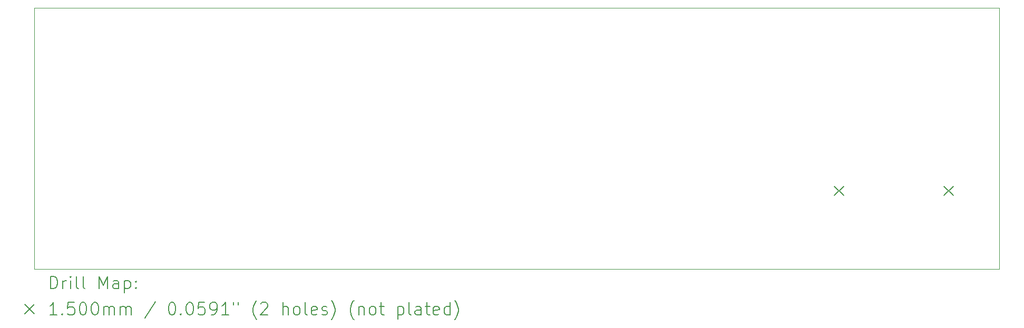
<source format=gbr>
%TF.GenerationSoftware,KiCad,Pcbnew,8.0.8*%
%TF.CreationDate,2025-02-25T20:07:18+01:00*%
%TF.ProjectId,OverlordInterface,4f766572-6c6f-4726-9449-6e7465726661,rev?*%
%TF.SameCoordinates,Original*%
%TF.FileFunction,Drillmap*%
%TF.FilePolarity,Positive*%
%FSLAX45Y45*%
G04 Gerber Fmt 4.5, Leading zero omitted, Abs format (unit mm)*
G04 Created by KiCad (PCBNEW 8.0.8) date 2025-02-25 20:07:18*
%MOMM*%
%LPD*%
G01*
G04 APERTURE LIST*
%ADD10C,0.100000*%
%ADD11C,0.200000*%
%ADD12C,0.150000*%
G04 APERTURE END LIST*
D10*
X7575000Y-7229000D02*
X23075000Y-7229000D01*
X23075000Y-11429000D01*
X7575000Y-11429000D01*
X7575000Y-7229000D01*
D11*
D12*
X20427000Y-10096000D02*
X20577000Y-10246000D01*
X20577000Y-10096000D02*
X20427000Y-10246000D01*
X22184000Y-10096000D02*
X22334000Y-10246000D01*
X22334000Y-10096000D02*
X22184000Y-10246000D01*
D11*
X7830777Y-11745484D02*
X7830777Y-11545484D01*
X7830777Y-11545484D02*
X7878396Y-11545484D01*
X7878396Y-11545484D02*
X7906967Y-11555008D01*
X7906967Y-11555008D02*
X7926015Y-11574055D01*
X7926015Y-11574055D02*
X7935539Y-11593103D01*
X7935539Y-11593103D02*
X7945062Y-11631198D01*
X7945062Y-11631198D02*
X7945062Y-11659769D01*
X7945062Y-11659769D02*
X7935539Y-11697865D01*
X7935539Y-11697865D02*
X7926015Y-11716912D01*
X7926015Y-11716912D02*
X7906967Y-11735960D01*
X7906967Y-11735960D02*
X7878396Y-11745484D01*
X7878396Y-11745484D02*
X7830777Y-11745484D01*
X8030777Y-11745484D02*
X8030777Y-11612150D01*
X8030777Y-11650246D02*
X8040301Y-11631198D01*
X8040301Y-11631198D02*
X8049824Y-11621674D01*
X8049824Y-11621674D02*
X8068872Y-11612150D01*
X8068872Y-11612150D02*
X8087920Y-11612150D01*
X8154586Y-11745484D02*
X8154586Y-11612150D01*
X8154586Y-11545484D02*
X8145062Y-11555008D01*
X8145062Y-11555008D02*
X8154586Y-11564531D01*
X8154586Y-11564531D02*
X8164110Y-11555008D01*
X8164110Y-11555008D02*
X8154586Y-11545484D01*
X8154586Y-11545484D02*
X8154586Y-11564531D01*
X8278396Y-11745484D02*
X8259348Y-11735960D01*
X8259348Y-11735960D02*
X8249824Y-11716912D01*
X8249824Y-11716912D02*
X8249824Y-11545484D01*
X8383158Y-11745484D02*
X8364110Y-11735960D01*
X8364110Y-11735960D02*
X8354586Y-11716912D01*
X8354586Y-11716912D02*
X8354586Y-11545484D01*
X8611729Y-11745484D02*
X8611729Y-11545484D01*
X8611729Y-11545484D02*
X8678396Y-11688341D01*
X8678396Y-11688341D02*
X8745063Y-11545484D01*
X8745063Y-11545484D02*
X8745063Y-11745484D01*
X8926015Y-11745484D02*
X8926015Y-11640722D01*
X8926015Y-11640722D02*
X8916491Y-11621674D01*
X8916491Y-11621674D02*
X8897444Y-11612150D01*
X8897444Y-11612150D02*
X8859348Y-11612150D01*
X8859348Y-11612150D02*
X8840301Y-11621674D01*
X8926015Y-11735960D02*
X8906967Y-11745484D01*
X8906967Y-11745484D02*
X8859348Y-11745484D01*
X8859348Y-11745484D02*
X8840301Y-11735960D01*
X8840301Y-11735960D02*
X8830777Y-11716912D01*
X8830777Y-11716912D02*
X8830777Y-11697865D01*
X8830777Y-11697865D02*
X8840301Y-11678817D01*
X8840301Y-11678817D02*
X8859348Y-11669293D01*
X8859348Y-11669293D02*
X8906967Y-11669293D01*
X8906967Y-11669293D02*
X8926015Y-11659769D01*
X9021253Y-11612150D02*
X9021253Y-11812150D01*
X9021253Y-11621674D02*
X9040301Y-11612150D01*
X9040301Y-11612150D02*
X9078396Y-11612150D01*
X9078396Y-11612150D02*
X9097444Y-11621674D01*
X9097444Y-11621674D02*
X9106967Y-11631198D01*
X9106967Y-11631198D02*
X9116491Y-11650246D01*
X9116491Y-11650246D02*
X9116491Y-11707388D01*
X9116491Y-11707388D02*
X9106967Y-11726436D01*
X9106967Y-11726436D02*
X9097444Y-11735960D01*
X9097444Y-11735960D02*
X9078396Y-11745484D01*
X9078396Y-11745484D02*
X9040301Y-11745484D01*
X9040301Y-11745484D02*
X9021253Y-11735960D01*
X9202205Y-11726436D02*
X9211729Y-11735960D01*
X9211729Y-11735960D02*
X9202205Y-11745484D01*
X9202205Y-11745484D02*
X9192682Y-11735960D01*
X9192682Y-11735960D02*
X9202205Y-11726436D01*
X9202205Y-11726436D02*
X9202205Y-11745484D01*
X9202205Y-11621674D02*
X9211729Y-11631198D01*
X9211729Y-11631198D02*
X9202205Y-11640722D01*
X9202205Y-11640722D02*
X9192682Y-11631198D01*
X9192682Y-11631198D02*
X9202205Y-11621674D01*
X9202205Y-11621674D02*
X9202205Y-11640722D01*
D12*
X7420000Y-11999000D02*
X7570000Y-12149000D01*
X7570000Y-11999000D02*
X7420000Y-12149000D01*
D11*
X7935539Y-12165484D02*
X7821253Y-12165484D01*
X7878396Y-12165484D02*
X7878396Y-11965484D01*
X7878396Y-11965484D02*
X7859348Y-11994055D01*
X7859348Y-11994055D02*
X7840301Y-12013103D01*
X7840301Y-12013103D02*
X7821253Y-12022627D01*
X8021253Y-12146436D02*
X8030777Y-12155960D01*
X8030777Y-12155960D02*
X8021253Y-12165484D01*
X8021253Y-12165484D02*
X8011729Y-12155960D01*
X8011729Y-12155960D02*
X8021253Y-12146436D01*
X8021253Y-12146436D02*
X8021253Y-12165484D01*
X8211729Y-11965484D02*
X8116491Y-11965484D01*
X8116491Y-11965484D02*
X8106967Y-12060722D01*
X8106967Y-12060722D02*
X8116491Y-12051198D01*
X8116491Y-12051198D02*
X8135539Y-12041674D01*
X8135539Y-12041674D02*
X8183158Y-12041674D01*
X8183158Y-12041674D02*
X8202205Y-12051198D01*
X8202205Y-12051198D02*
X8211729Y-12060722D01*
X8211729Y-12060722D02*
X8221253Y-12079769D01*
X8221253Y-12079769D02*
X8221253Y-12127388D01*
X8221253Y-12127388D02*
X8211729Y-12146436D01*
X8211729Y-12146436D02*
X8202205Y-12155960D01*
X8202205Y-12155960D02*
X8183158Y-12165484D01*
X8183158Y-12165484D02*
X8135539Y-12165484D01*
X8135539Y-12165484D02*
X8116491Y-12155960D01*
X8116491Y-12155960D02*
X8106967Y-12146436D01*
X8345062Y-11965484D02*
X8364110Y-11965484D01*
X8364110Y-11965484D02*
X8383158Y-11975008D01*
X8383158Y-11975008D02*
X8392682Y-11984531D01*
X8392682Y-11984531D02*
X8402205Y-12003579D01*
X8402205Y-12003579D02*
X8411729Y-12041674D01*
X8411729Y-12041674D02*
X8411729Y-12089293D01*
X8411729Y-12089293D02*
X8402205Y-12127388D01*
X8402205Y-12127388D02*
X8392682Y-12146436D01*
X8392682Y-12146436D02*
X8383158Y-12155960D01*
X8383158Y-12155960D02*
X8364110Y-12165484D01*
X8364110Y-12165484D02*
X8345062Y-12165484D01*
X8345062Y-12165484D02*
X8326015Y-12155960D01*
X8326015Y-12155960D02*
X8316491Y-12146436D01*
X8316491Y-12146436D02*
X8306967Y-12127388D01*
X8306967Y-12127388D02*
X8297443Y-12089293D01*
X8297443Y-12089293D02*
X8297443Y-12041674D01*
X8297443Y-12041674D02*
X8306967Y-12003579D01*
X8306967Y-12003579D02*
X8316491Y-11984531D01*
X8316491Y-11984531D02*
X8326015Y-11975008D01*
X8326015Y-11975008D02*
X8345062Y-11965484D01*
X8535539Y-11965484D02*
X8554586Y-11965484D01*
X8554586Y-11965484D02*
X8573634Y-11975008D01*
X8573634Y-11975008D02*
X8583158Y-11984531D01*
X8583158Y-11984531D02*
X8592682Y-12003579D01*
X8592682Y-12003579D02*
X8602205Y-12041674D01*
X8602205Y-12041674D02*
X8602205Y-12089293D01*
X8602205Y-12089293D02*
X8592682Y-12127388D01*
X8592682Y-12127388D02*
X8583158Y-12146436D01*
X8583158Y-12146436D02*
X8573634Y-12155960D01*
X8573634Y-12155960D02*
X8554586Y-12165484D01*
X8554586Y-12165484D02*
X8535539Y-12165484D01*
X8535539Y-12165484D02*
X8516491Y-12155960D01*
X8516491Y-12155960D02*
X8506967Y-12146436D01*
X8506967Y-12146436D02*
X8497444Y-12127388D01*
X8497444Y-12127388D02*
X8487920Y-12089293D01*
X8487920Y-12089293D02*
X8487920Y-12041674D01*
X8487920Y-12041674D02*
X8497444Y-12003579D01*
X8497444Y-12003579D02*
X8506967Y-11984531D01*
X8506967Y-11984531D02*
X8516491Y-11975008D01*
X8516491Y-11975008D02*
X8535539Y-11965484D01*
X8687920Y-12165484D02*
X8687920Y-12032150D01*
X8687920Y-12051198D02*
X8697444Y-12041674D01*
X8697444Y-12041674D02*
X8716491Y-12032150D01*
X8716491Y-12032150D02*
X8745063Y-12032150D01*
X8745063Y-12032150D02*
X8764110Y-12041674D01*
X8764110Y-12041674D02*
X8773634Y-12060722D01*
X8773634Y-12060722D02*
X8773634Y-12165484D01*
X8773634Y-12060722D02*
X8783158Y-12041674D01*
X8783158Y-12041674D02*
X8802205Y-12032150D01*
X8802205Y-12032150D02*
X8830777Y-12032150D01*
X8830777Y-12032150D02*
X8849825Y-12041674D01*
X8849825Y-12041674D02*
X8859348Y-12060722D01*
X8859348Y-12060722D02*
X8859348Y-12165484D01*
X8954586Y-12165484D02*
X8954586Y-12032150D01*
X8954586Y-12051198D02*
X8964110Y-12041674D01*
X8964110Y-12041674D02*
X8983158Y-12032150D01*
X8983158Y-12032150D02*
X9011729Y-12032150D01*
X9011729Y-12032150D02*
X9030777Y-12041674D01*
X9030777Y-12041674D02*
X9040301Y-12060722D01*
X9040301Y-12060722D02*
X9040301Y-12165484D01*
X9040301Y-12060722D02*
X9049825Y-12041674D01*
X9049825Y-12041674D02*
X9068872Y-12032150D01*
X9068872Y-12032150D02*
X9097444Y-12032150D01*
X9097444Y-12032150D02*
X9116491Y-12041674D01*
X9116491Y-12041674D02*
X9126015Y-12060722D01*
X9126015Y-12060722D02*
X9126015Y-12165484D01*
X9516491Y-11955960D02*
X9345063Y-12213103D01*
X9773634Y-11965484D02*
X9792682Y-11965484D01*
X9792682Y-11965484D02*
X9811729Y-11975008D01*
X9811729Y-11975008D02*
X9821253Y-11984531D01*
X9821253Y-11984531D02*
X9830777Y-12003579D01*
X9830777Y-12003579D02*
X9840301Y-12041674D01*
X9840301Y-12041674D02*
X9840301Y-12089293D01*
X9840301Y-12089293D02*
X9830777Y-12127388D01*
X9830777Y-12127388D02*
X9821253Y-12146436D01*
X9821253Y-12146436D02*
X9811729Y-12155960D01*
X9811729Y-12155960D02*
X9792682Y-12165484D01*
X9792682Y-12165484D02*
X9773634Y-12165484D01*
X9773634Y-12165484D02*
X9754587Y-12155960D01*
X9754587Y-12155960D02*
X9745063Y-12146436D01*
X9745063Y-12146436D02*
X9735539Y-12127388D01*
X9735539Y-12127388D02*
X9726015Y-12089293D01*
X9726015Y-12089293D02*
X9726015Y-12041674D01*
X9726015Y-12041674D02*
X9735539Y-12003579D01*
X9735539Y-12003579D02*
X9745063Y-11984531D01*
X9745063Y-11984531D02*
X9754587Y-11975008D01*
X9754587Y-11975008D02*
X9773634Y-11965484D01*
X9926015Y-12146436D02*
X9935539Y-12155960D01*
X9935539Y-12155960D02*
X9926015Y-12165484D01*
X9926015Y-12165484D02*
X9916491Y-12155960D01*
X9916491Y-12155960D02*
X9926015Y-12146436D01*
X9926015Y-12146436D02*
X9926015Y-12165484D01*
X10059348Y-11965484D02*
X10078396Y-11965484D01*
X10078396Y-11965484D02*
X10097444Y-11975008D01*
X10097444Y-11975008D02*
X10106968Y-11984531D01*
X10106968Y-11984531D02*
X10116491Y-12003579D01*
X10116491Y-12003579D02*
X10126015Y-12041674D01*
X10126015Y-12041674D02*
X10126015Y-12089293D01*
X10126015Y-12089293D02*
X10116491Y-12127388D01*
X10116491Y-12127388D02*
X10106968Y-12146436D01*
X10106968Y-12146436D02*
X10097444Y-12155960D01*
X10097444Y-12155960D02*
X10078396Y-12165484D01*
X10078396Y-12165484D02*
X10059348Y-12165484D01*
X10059348Y-12165484D02*
X10040301Y-12155960D01*
X10040301Y-12155960D02*
X10030777Y-12146436D01*
X10030777Y-12146436D02*
X10021253Y-12127388D01*
X10021253Y-12127388D02*
X10011729Y-12089293D01*
X10011729Y-12089293D02*
X10011729Y-12041674D01*
X10011729Y-12041674D02*
X10021253Y-12003579D01*
X10021253Y-12003579D02*
X10030777Y-11984531D01*
X10030777Y-11984531D02*
X10040301Y-11975008D01*
X10040301Y-11975008D02*
X10059348Y-11965484D01*
X10306968Y-11965484D02*
X10211729Y-11965484D01*
X10211729Y-11965484D02*
X10202206Y-12060722D01*
X10202206Y-12060722D02*
X10211729Y-12051198D01*
X10211729Y-12051198D02*
X10230777Y-12041674D01*
X10230777Y-12041674D02*
X10278396Y-12041674D01*
X10278396Y-12041674D02*
X10297444Y-12051198D01*
X10297444Y-12051198D02*
X10306968Y-12060722D01*
X10306968Y-12060722D02*
X10316491Y-12079769D01*
X10316491Y-12079769D02*
X10316491Y-12127388D01*
X10316491Y-12127388D02*
X10306968Y-12146436D01*
X10306968Y-12146436D02*
X10297444Y-12155960D01*
X10297444Y-12155960D02*
X10278396Y-12165484D01*
X10278396Y-12165484D02*
X10230777Y-12165484D01*
X10230777Y-12165484D02*
X10211729Y-12155960D01*
X10211729Y-12155960D02*
X10202206Y-12146436D01*
X10411729Y-12165484D02*
X10449825Y-12165484D01*
X10449825Y-12165484D02*
X10468872Y-12155960D01*
X10468872Y-12155960D02*
X10478396Y-12146436D01*
X10478396Y-12146436D02*
X10497444Y-12117865D01*
X10497444Y-12117865D02*
X10506968Y-12079769D01*
X10506968Y-12079769D02*
X10506968Y-12003579D01*
X10506968Y-12003579D02*
X10497444Y-11984531D01*
X10497444Y-11984531D02*
X10487920Y-11975008D01*
X10487920Y-11975008D02*
X10468872Y-11965484D01*
X10468872Y-11965484D02*
X10430777Y-11965484D01*
X10430777Y-11965484D02*
X10411729Y-11975008D01*
X10411729Y-11975008D02*
X10402206Y-11984531D01*
X10402206Y-11984531D02*
X10392682Y-12003579D01*
X10392682Y-12003579D02*
X10392682Y-12051198D01*
X10392682Y-12051198D02*
X10402206Y-12070246D01*
X10402206Y-12070246D02*
X10411729Y-12079769D01*
X10411729Y-12079769D02*
X10430777Y-12089293D01*
X10430777Y-12089293D02*
X10468872Y-12089293D01*
X10468872Y-12089293D02*
X10487920Y-12079769D01*
X10487920Y-12079769D02*
X10497444Y-12070246D01*
X10497444Y-12070246D02*
X10506968Y-12051198D01*
X10697444Y-12165484D02*
X10583158Y-12165484D01*
X10640301Y-12165484D02*
X10640301Y-11965484D01*
X10640301Y-11965484D02*
X10621253Y-11994055D01*
X10621253Y-11994055D02*
X10602206Y-12013103D01*
X10602206Y-12013103D02*
X10583158Y-12022627D01*
X10773634Y-11965484D02*
X10773634Y-12003579D01*
X10849825Y-11965484D02*
X10849825Y-12003579D01*
X11145063Y-12241674D02*
X11135539Y-12232150D01*
X11135539Y-12232150D02*
X11116491Y-12203579D01*
X11116491Y-12203579D02*
X11106968Y-12184531D01*
X11106968Y-12184531D02*
X11097444Y-12155960D01*
X11097444Y-12155960D02*
X11087920Y-12108341D01*
X11087920Y-12108341D02*
X11087920Y-12070246D01*
X11087920Y-12070246D02*
X11097444Y-12022627D01*
X11097444Y-12022627D02*
X11106968Y-11994055D01*
X11106968Y-11994055D02*
X11116491Y-11975008D01*
X11116491Y-11975008D02*
X11135539Y-11946436D01*
X11135539Y-11946436D02*
X11145063Y-11936912D01*
X11211729Y-11984531D02*
X11221253Y-11975008D01*
X11221253Y-11975008D02*
X11240301Y-11965484D01*
X11240301Y-11965484D02*
X11287920Y-11965484D01*
X11287920Y-11965484D02*
X11306968Y-11975008D01*
X11306968Y-11975008D02*
X11316491Y-11984531D01*
X11316491Y-11984531D02*
X11326015Y-12003579D01*
X11326015Y-12003579D02*
X11326015Y-12022627D01*
X11326015Y-12022627D02*
X11316491Y-12051198D01*
X11316491Y-12051198D02*
X11202206Y-12165484D01*
X11202206Y-12165484D02*
X11326015Y-12165484D01*
X11564110Y-12165484D02*
X11564110Y-11965484D01*
X11649825Y-12165484D02*
X11649825Y-12060722D01*
X11649825Y-12060722D02*
X11640301Y-12041674D01*
X11640301Y-12041674D02*
X11621253Y-12032150D01*
X11621253Y-12032150D02*
X11592682Y-12032150D01*
X11592682Y-12032150D02*
X11573634Y-12041674D01*
X11573634Y-12041674D02*
X11564110Y-12051198D01*
X11773634Y-12165484D02*
X11754587Y-12155960D01*
X11754587Y-12155960D02*
X11745063Y-12146436D01*
X11745063Y-12146436D02*
X11735539Y-12127388D01*
X11735539Y-12127388D02*
X11735539Y-12070246D01*
X11735539Y-12070246D02*
X11745063Y-12051198D01*
X11745063Y-12051198D02*
X11754587Y-12041674D01*
X11754587Y-12041674D02*
X11773634Y-12032150D01*
X11773634Y-12032150D02*
X11802206Y-12032150D01*
X11802206Y-12032150D02*
X11821253Y-12041674D01*
X11821253Y-12041674D02*
X11830777Y-12051198D01*
X11830777Y-12051198D02*
X11840301Y-12070246D01*
X11840301Y-12070246D02*
X11840301Y-12127388D01*
X11840301Y-12127388D02*
X11830777Y-12146436D01*
X11830777Y-12146436D02*
X11821253Y-12155960D01*
X11821253Y-12155960D02*
X11802206Y-12165484D01*
X11802206Y-12165484D02*
X11773634Y-12165484D01*
X11954587Y-12165484D02*
X11935539Y-12155960D01*
X11935539Y-12155960D02*
X11926015Y-12136912D01*
X11926015Y-12136912D02*
X11926015Y-11965484D01*
X12106968Y-12155960D02*
X12087920Y-12165484D01*
X12087920Y-12165484D02*
X12049825Y-12165484D01*
X12049825Y-12165484D02*
X12030777Y-12155960D01*
X12030777Y-12155960D02*
X12021253Y-12136912D01*
X12021253Y-12136912D02*
X12021253Y-12060722D01*
X12021253Y-12060722D02*
X12030777Y-12041674D01*
X12030777Y-12041674D02*
X12049825Y-12032150D01*
X12049825Y-12032150D02*
X12087920Y-12032150D01*
X12087920Y-12032150D02*
X12106968Y-12041674D01*
X12106968Y-12041674D02*
X12116491Y-12060722D01*
X12116491Y-12060722D02*
X12116491Y-12079769D01*
X12116491Y-12079769D02*
X12021253Y-12098817D01*
X12192682Y-12155960D02*
X12211730Y-12165484D01*
X12211730Y-12165484D02*
X12249825Y-12165484D01*
X12249825Y-12165484D02*
X12268872Y-12155960D01*
X12268872Y-12155960D02*
X12278396Y-12136912D01*
X12278396Y-12136912D02*
X12278396Y-12127388D01*
X12278396Y-12127388D02*
X12268872Y-12108341D01*
X12268872Y-12108341D02*
X12249825Y-12098817D01*
X12249825Y-12098817D02*
X12221253Y-12098817D01*
X12221253Y-12098817D02*
X12202206Y-12089293D01*
X12202206Y-12089293D02*
X12192682Y-12070246D01*
X12192682Y-12070246D02*
X12192682Y-12060722D01*
X12192682Y-12060722D02*
X12202206Y-12041674D01*
X12202206Y-12041674D02*
X12221253Y-12032150D01*
X12221253Y-12032150D02*
X12249825Y-12032150D01*
X12249825Y-12032150D02*
X12268872Y-12041674D01*
X12345063Y-12241674D02*
X12354587Y-12232150D01*
X12354587Y-12232150D02*
X12373634Y-12203579D01*
X12373634Y-12203579D02*
X12383158Y-12184531D01*
X12383158Y-12184531D02*
X12392682Y-12155960D01*
X12392682Y-12155960D02*
X12402206Y-12108341D01*
X12402206Y-12108341D02*
X12402206Y-12070246D01*
X12402206Y-12070246D02*
X12392682Y-12022627D01*
X12392682Y-12022627D02*
X12383158Y-11994055D01*
X12383158Y-11994055D02*
X12373634Y-11975008D01*
X12373634Y-11975008D02*
X12354587Y-11946436D01*
X12354587Y-11946436D02*
X12345063Y-11936912D01*
X12706968Y-12241674D02*
X12697444Y-12232150D01*
X12697444Y-12232150D02*
X12678396Y-12203579D01*
X12678396Y-12203579D02*
X12668872Y-12184531D01*
X12668872Y-12184531D02*
X12659349Y-12155960D01*
X12659349Y-12155960D02*
X12649825Y-12108341D01*
X12649825Y-12108341D02*
X12649825Y-12070246D01*
X12649825Y-12070246D02*
X12659349Y-12022627D01*
X12659349Y-12022627D02*
X12668872Y-11994055D01*
X12668872Y-11994055D02*
X12678396Y-11975008D01*
X12678396Y-11975008D02*
X12697444Y-11946436D01*
X12697444Y-11946436D02*
X12706968Y-11936912D01*
X12783158Y-12032150D02*
X12783158Y-12165484D01*
X12783158Y-12051198D02*
X12792682Y-12041674D01*
X12792682Y-12041674D02*
X12811730Y-12032150D01*
X12811730Y-12032150D02*
X12840301Y-12032150D01*
X12840301Y-12032150D02*
X12859349Y-12041674D01*
X12859349Y-12041674D02*
X12868872Y-12060722D01*
X12868872Y-12060722D02*
X12868872Y-12165484D01*
X12992682Y-12165484D02*
X12973634Y-12155960D01*
X12973634Y-12155960D02*
X12964111Y-12146436D01*
X12964111Y-12146436D02*
X12954587Y-12127388D01*
X12954587Y-12127388D02*
X12954587Y-12070246D01*
X12954587Y-12070246D02*
X12964111Y-12051198D01*
X12964111Y-12051198D02*
X12973634Y-12041674D01*
X12973634Y-12041674D02*
X12992682Y-12032150D01*
X12992682Y-12032150D02*
X13021253Y-12032150D01*
X13021253Y-12032150D02*
X13040301Y-12041674D01*
X13040301Y-12041674D02*
X13049825Y-12051198D01*
X13049825Y-12051198D02*
X13059349Y-12070246D01*
X13059349Y-12070246D02*
X13059349Y-12127388D01*
X13059349Y-12127388D02*
X13049825Y-12146436D01*
X13049825Y-12146436D02*
X13040301Y-12155960D01*
X13040301Y-12155960D02*
X13021253Y-12165484D01*
X13021253Y-12165484D02*
X12992682Y-12165484D01*
X13116492Y-12032150D02*
X13192682Y-12032150D01*
X13145063Y-11965484D02*
X13145063Y-12136912D01*
X13145063Y-12136912D02*
X13154587Y-12155960D01*
X13154587Y-12155960D02*
X13173634Y-12165484D01*
X13173634Y-12165484D02*
X13192682Y-12165484D01*
X13411730Y-12032150D02*
X13411730Y-12232150D01*
X13411730Y-12041674D02*
X13430777Y-12032150D01*
X13430777Y-12032150D02*
X13468873Y-12032150D01*
X13468873Y-12032150D02*
X13487920Y-12041674D01*
X13487920Y-12041674D02*
X13497444Y-12051198D01*
X13497444Y-12051198D02*
X13506968Y-12070246D01*
X13506968Y-12070246D02*
X13506968Y-12127388D01*
X13506968Y-12127388D02*
X13497444Y-12146436D01*
X13497444Y-12146436D02*
X13487920Y-12155960D01*
X13487920Y-12155960D02*
X13468873Y-12165484D01*
X13468873Y-12165484D02*
X13430777Y-12165484D01*
X13430777Y-12165484D02*
X13411730Y-12155960D01*
X13621253Y-12165484D02*
X13602206Y-12155960D01*
X13602206Y-12155960D02*
X13592682Y-12136912D01*
X13592682Y-12136912D02*
X13592682Y-11965484D01*
X13783158Y-12165484D02*
X13783158Y-12060722D01*
X13783158Y-12060722D02*
X13773634Y-12041674D01*
X13773634Y-12041674D02*
X13754587Y-12032150D01*
X13754587Y-12032150D02*
X13716492Y-12032150D01*
X13716492Y-12032150D02*
X13697444Y-12041674D01*
X13783158Y-12155960D02*
X13764111Y-12165484D01*
X13764111Y-12165484D02*
X13716492Y-12165484D01*
X13716492Y-12165484D02*
X13697444Y-12155960D01*
X13697444Y-12155960D02*
X13687920Y-12136912D01*
X13687920Y-12136912D02*
X13687920Y-12117865D01*
X13687920Y-12117865D02*
X13697444Y-12098817D01*
X13697444Y-12098817D02*
X13716492Y-12089293D01*
X13716492Y-12089293D02*
X13764111Y-12089293D01*
X13764111Y-12089293D02*
X13783158Y-12079769D01*
X13849825Y-12032150D02*
X13926015Y-12032150D01*
X13878396Y-11965484D02*
X13878396Y-12136912D01*
X13878396Y-12136912D02*
X13887920Y-12155960D01*
X13887920Y-12155960D02*
X13906968Y-12165484D01*
X13906968Y-12165484D02*
X13926015Y-12165484D01*
X14068873Y-12155960D02*
X14049825Y-12165484D01*
X14049825Y-12165484D02*
X14011730Y-12165484D01*
X14011730Y-12165484D02*
X13992682Y-12155960D01*
X13992682Y-12155960D02*
X13983158Y-12136912D01*
X13983158Y-12136912D02*
X13983158Y-12060722D01*
X13983158Y-12060722D02*
X13992682Y-12041674D01*
X13992682Y-12041674D02*
X14011730Y-12032150D01*
X14011730Y-12032150D02*
X14049825Y-12032150D01*
X14049825Y-12032150D02*
X14068873Y-12041674D01*
X14068873Y-12041674D02*
X14078396Y-12060722D01*
X14078396Y-12060722D02*
X14078396Y-12079769D01*
X14078396Y-12079769D02*
X13983158Y-12098817D01*
X14249825Y-12165484D02*
X14249825Y-11965484D01*
X14249825Y-12155960D02*
X14230777Y-12165484D01*
X14230777Y-12165484D02*
X14192682Y-12165484D01*
X14192682Y-12165484D02*
X14173634Y-12155960D01*
X14173634Y-12155960D02*
X14164111Y-12146436D01*
X14164111Y-12146436D02*
X14154587Y-12127388D01*
X14154587Y-12127388D02*
X14154587Y-12070246D01*
X14154587Y-12070246D02*
X14164111Y-12051198D01*
X14164111Y-12051198D02*
X14173634Y-12041674D01*
X14173634Y-12041674D02*
X14192682Y-12032150D01*
X14192682Y-12032150D02*
X14230777Y-12032150D01*
X14230777Y-12032150D02*
X14249825Y-12041674D01*
X14326015Y-12241674D02*
X14335539Y-12232150D01*
X14335539Y-12232150D02*
X14354587Y-12203579D01*
X14354587Y-12203579D02*
X14364111Y-12184531D01*
X14364111Y-12184531D02*
X14373634Y-12155960D01*
X14373634Y-12155960D02*
X14383158Y-12108341D01*
X14383158Y-12108341D02*
X14383158Y-12070246D01*
X14383158Y-12070246D02*
X14373634Y-12022627D01*
X14373634Y-12022627D02*
X14364111Y-11994055D01*
X14364111Y-11994055D02*
X14354587Y-11975008D01*
X14354587Y-11975008D02*
X14335539Y-11946436D01*
X14335539Y-11946436D02*
X14326015Y-11936912D01*
M02*

</source>
